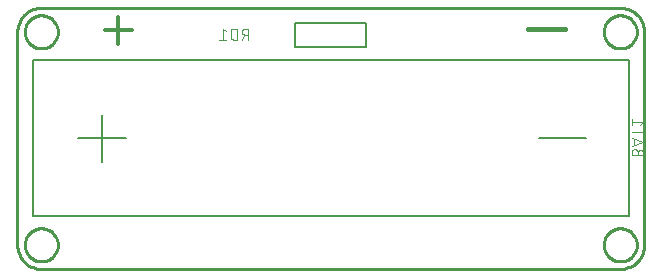
<source format=gbr>
G04 EAGLE Gerber RS-274X export*
G75*
%MOMM*%
%FSLAX34Y34*%
%LPD*%
%INSilkscreen Bottom*%
%IPPOS*%
%AMOC8*
5,1,8,0,0,1.08239X$1,22.5*%
G01*
%ADD10C,0.304800*%
%ADD11C,0.406400*%
%ADD12C,0.200000*%
%ADD13C,0.076200*%
%ADD14C,0.254000*%


D10*
X73914Y201845D02*
X97282Y201845D01*
X85598Y190161D02*
X85598Y213529D01*
D11*
X432562Y203087D02*
X463719Y203087D01*
D12*
X71750Y130490D02*
X71750Y90490D01*
X51750Y110490D02*
X91750Y110490D01*
X441750Y110490D02*
X481750Y110490D01*
X518250Y44490D02*
X13250Y44490D01*
X518250Y44490D02*
X518250Y176490D01*
X13250Y176490D01*
X13250Y44490D01*
D13*
X525452Y96101D02*
X525452Y98712D01*
X525453Y98712D02*
X525451Y98813D01*
X525445Y98914D01*
X525435Y99015D01*
X525422Y99115D01*
X525404Y99215D01*
X525383Y99314D01*
X525357Y99412D01*
X525328Y99509D01*
X525296Y99605D01*
X525259Y99699D01*
X525219Y99792D01*
X525175Y99884D01*
X525128Y99973D01*
X525077Y100061D01*
X525023Y100147D01*
X524966Y100230D01*
X524906Y100312D01*
X524842Y100390D01*
X524776Y100467D01*
X524706Y100540D01*
X524634Y100611D01*
X524559Y100679D01*
X524481Y100744D01*
X524401Y100806D01*
X524319Y100865D01*
X524234Y100921D01*
X524148Y100973D01*
X524059Y101022D01*
X523968Y101068D01*
X523876Y101109D01*
X523782Y101148D01*
X523687Y101182D01*
X523591Y101213D01*
X523493Y101240D01*
X523395Y101264D01*
X523295Y101283D01*
X523195Y101299D01*
X523095Y101311D01*
X522994Y101319D01*
X522893Y101323D01*
X522791Y101323D01*
X522690Y101319D01*
X522589Y101311D01*
X522489Y101299D01*
X522389Y101283D01*
X522289Y101264D01*
X522191Y101240D01*
X522093Y101213D01*
X521997Y101182D01*
X521902Y101148D01*
X521808Y101109D01*
X521716Y101068D01*
X521625Y101022D01*
X521537Y100973D01*
X521450Y100921D01*
X521365Y100865D01*
X521283Y100806D01*
X521203Y100744D01*
X521125Y100679D01*
X521050Y100611D01*
X520978Y100540D01*
X520908Y100467D01*
X520842Y100390D01*
X520778Y100312D01*
X520718Y100230D01*
X520661Y100147D01*
X520607Y100061D01*
X520556Y99973D01*
X520509Y99884D01*
X520465Y99792D01*
X520425Y99699D01*
X520388Y99605D01*
X520356Y99509D01*
X520327Y99412D01*
X520301Y99314D01*
X520280Y99215D01*
X520262Y99115D01*
X520249Y99015D01*
X520239Y98914D01*
X520233Y98813D01*
X520231Y98712D01*
X520231Y96101D01*
X529629Y96101D01*
X529629Y98712D01*
X529627Y98802D01*
X529621Y98891D01*
X529612Y98981D01*
X529598Y99070D01*
X529581Y99158D01*
X529560Y99245D01*
X529535Y99332D01*
X529506Y99417D01*
X529474Y99501D01*
X529439Y99583D01*
X529399Y99664D01*
X529357Y99743D01*
X529311Y99820D01*
X529261Y99895D01*
X529209Y99968D01*
X529153Y100039D01*
X529095Y100107D01*
X529033Y100172D01*
X528969Y100235D01*
X528902Y100295D01*
X528833Y100352D01*
X528761Y100406D01*
X528687Y100457D01*
X528611Y100505D01*
X528533Y100549D01*
X528453Y100590D01*
X528371Y100628D01*
X528288Y100662D01*
X528203Y100692D01*
X528117Y100719D01*
X528031Y100742D01*
X527943Y100761D01*
X527854Y100776D01*
X527765Y100788D01*
X527676Y100796D01*
X527586Y100800D01*
X527496Y100800D01*
X527406Y100796D01*
X527317Y100788D01*
X527228Y100776D01*
X527139Y100761D01*
X527051Y100742D01*
X526965Y100719D01*
X526879Y100692D01*
X526794Y100662D01*
X526711Y100628D01*
X526629Y100590D01*
X526549Y100549D01*
X526471Y100505D01*
X526395Y100457D01*
X526321Y100406D01*
X526249Y100352D01*
X526180Y100295D01*
X526113Y100235D01*
X526049Y100172D01*
X525987Y100107D01*
X525929Y100039D01*
X525873Y99968D01*
X525821Y99895D01*
X525771Y99820D01*
X525725Y99743D01*
X525683Y99664D01*
X525643Y99583D01*
X525608Y99501D01*
X525576Y99417D01*
X525547Y99332D01*
X525522Y99245D01*
X525501Y99158D01*
X525484Y99070D01*
X525470Y98981D01*
X525461Y98891D01*
X525455Y98802D01*
X525453Y98712D01*
X520231Y104287D02*
X529629Y107420D01*
X520231Y110552D01*
X522581Y109769D02*
X522581Y105070D01*
X520231Y115954D02*
X529629Y115954D01*
X529629Y113343D02*
X529629Y118565D01*
X527541Y121878D02*
X529629Y124488D01*
X520231Y124488D01*
X520231Y121878D02*
X520231Y127099D01*
D12*
X295430Y208120D02*
X235430Y208120D01*
X235430Y188120D01*
X295430Y188120D01*
X295430Y208120D01*
D13*
X195241Y203489D02*
X195241Y194091D01*
X195241Y203489D02*
X192630Y203489D01*
X192529Y203487D01*
X192428Y203481D01*
X192327Y203471D01*
X192227Y203458D01*
X192127Y203440D01*
X192028Y203419D01*
X191930Y203393D01*
X191833Y203364D01*
X191737Y203332D01*
X191643Y203295D01*
X191550Y203255D01*
X191458Y203211D01*
X191369Y203164D01*
X191281Y203113D01*
X191195Y203059D01*
X191112Y203002D01*
X191030Y202942D01*
X190952Y202878D01*
X190875Y202812D01*
X190802Y202742D01*
X190731Y202670D01*
X190663Y202595D01*
X190598Y202517D01*
X190536Y202437D01*
X190477Y202355D01*
X190421Y202270D01*
X190369Y202184D01*
X190320Y202095D01*
X190274Y202004D01*
X190233Y201912D01*
X190194Y201818D01*
X190160Y201723D01*
X190129Y201627D01*
X190102Y201529D01*
X190078Y201431D01*
X190059Y201331D01*
X190043Y201231D01*
X190031Y201131D01*
X190023Y201030D01*
X190019Y200929D01*
X190019Y200827D01*
X190023Y200726D01*
X190031Y200625D01*
X190043Y200525D01*
X190059Y200425D01*
X190078Y200325D01*
X190102Y200227D01*
X190129Y200129D01*
X190160Y200033D01*
X190194Y199938D01*
X190233Y199844D01*
X190274Y199752D01*
X190320Y199661D01*
X190369Y199573D01*
X190421Y199486D01*
X190477Y199401D01*
X190536Y199319D01*
X190598Y199239D01*
X190663Y199161D01*
X190731Y199086D01*
X190802Y199014D01*
X190875Y198944D01*
X190952Y198878D01*
X191030Y198814D01*
X191112Y198754D01*
X191195Y198697D01*
X191281Y198643D01*
X191369Y198592D01*
X191458Y198545D01*
X191550Y198501D01*
X191643Y198461D01*
X191737Y198424D01*
X191833Y198392D01*
X191930Y198363D01*
X192028Y198337D01*
X192127Y198316D01*
X192227Y198298D01*
X192327Y198285D01*
X192428Y198275D01*
X192529Y198269D01*
X192630Y198267D01*
X192630Y198268D02*
X195241Y198268D01*
X192108Y198268D02*
X190020Y194091D01*
X185849Y194091D02*
X185849Y203489D01*
X183239Y203489D01*
X183139Y203487D01*
X183039Y203481D01*
X182940Y203472D01*
X182840Y203458D01*
X182742Y203441D01*
X182644Y203420D01*
X182547Y203396D01*
X182451Y203367D01*
X182356Y203335D01*
X182263Y203300D01*
X182171Y203261D01*
X182080Y203218D01*
X181992Y203172D01*
X181905Y203122D01*
X181820Y203070D01*
X181737Y203014D01*
X181656Y202955D01*
X181578Y202892D01*
X181502Y202827D01*
X181428Y202759D01*
X181358Y202689D01*
X181290Y202615D01*
X181225Y202539D01*
X181162Y202461D01*
X181103Y202380D01*
X181047Y202297D01*
X180995Y202212D01*
X180945Y202125D01*
X180899Y202037D01*
X180856Y201946D01*
X180817Y201854D01*
X180782Y201761D01*
X180750Y201666D01*
X180721Y201570D01*
X180697Y201473D01*
X180676Y201375D01*
X180659Y201277D01*
X180645Y201177D01*
X180636Y201078D01*
X180630Y200978D01*
X180628Y200878D01*
X180628Y196702D01*
X180630Y196602D01*
X180636Y196502D01*
X180645Y196403D01*
X180659Y196303D01*
X180676Y196205D01*
X180697Y196107D01*
X180721Y196010D01*
X180750Y195914D01*
X180782Y195819D01*
X180817Y195726D01*
X180856Y195634D01*
X180899Y195543D01*
X180945Y195455D01*
X180995Y195368D01*
X181047Y195283D01*
X181103Y195200D01*
X181162Y195119D01*
X181225Y195041D01*
X181290Y194965D01*
X181358Y194891D01*
X181428Y194821D01*
X181502Y194753D01*
X181578Y194688D01*
X181656Y194625D01*
X181737Y194566D01*
X181820Y194510D01*
X181905Y194458D01*
X181992Y194408D01*
X182080Y194362D01*
X182171Y194319D01*
X182263Y194280D01*
X182356Y194245D01*
X182451Y194213D01*
X182547Y194184D01*
X182644Y194160D01*
X182742Y194139D01*
X182840Y194122D01*
X182940Y194108D01*
X183039Y194099D01*
X183139Y194093D01*
X183239Y194091D01*
X185849Y194091D01*
X176400Y201401D02*
X173790Y203489D01*
X173790Y194091D01*
X176400Y194091D02*
X171179Y194091D01*
D14*
X0Y20320D02*
X77Y18549D01*
X309Y16791D01*
X692Y15061D01*
X1225Y13370D01*
X1904Y11732D01*
X2722Y10160D01*
X3675Y8665D01*
X4754Y7259D01*
X5952Y5952D01*
X7259Y4754D01*
X8665Y3675D01*
X10160Y2722D01*
X11732Y1904D01*
X13370Y1225D01*
X15061Y692D01*
X16791Y309D01*
X18549Y77D01*
X20320Y0D01*
X510540Y0D01*
X512311Y77D01*
X514069Y309D01*
X515799Y692D01*
X517490Y1225D01*
X519128Y1904D01*
X520700Y2722D01*
X522195Y3675D01*
X523601Y4754D01*
X524908Y5952D01*
X526106Y7259D01*
X527185Y8665D01*
X528138Y10160D01*
X528956Y11732D01*
X529635Y13370D01*
X530168Y15061D01*
X530551Y16791D01*
X530783Y18549D01*
X530860Y20320D01*
X530860Y200660D01*
X530783Y202431D01*
X530551Y204189D01*
X530168Y205919D01*
X529635Y207610D01*
X528956Y209248D01*
X528138Y210820D01*
X527185Y212315D01*
X526106Y213721D01*
X524908Y215028D01*
X523601Y216226D01*
X522195Y217305D01*
X520700Y218258D01*
X519128Y219076D01*
X517490Y219755D01*
X515799Y220288D01*
X514069Y220671D01*
X512311Y220903D01*
X510540Y220980D01*
X20320Y220980D01*
X18549Y220903D01*
X16791Y220671D01*
X15061Y220288D01*
X13370Y219755D01*
X11732Y219076D01*
X10160Y218258D01*
X8665Y217305D01*
X7259Y216226D01*
X5952Y215028D01*
X4754Y213721D01*
X3675Y212315D01*
X2722Y210820D01*
X1904Y209248D01*
X1225Y207610D01*
X692Y205919D01*
X309Y204189D01*
X77Y202431D01*
X0Y200660D01*
X0Y20320D01*
X34290Y200161D02*
X34219Y199166D01*
X34077Y198178D01*
X33865Y197203D01*
X33584Y196245D01*
X33235Y195311D01*
X32820Y194403D01*
X32342Y193527D01*
X31803Y192688D01*
X31205Y191889D01*
X30551Y191135D01*
X29845Y190429D01*
X29091Y189775D01*
X28293Y189177D01*
X27453Y188638D01*
X26577Y188160D01*
X25670Y187745D01*
X24735Y187396D01*
X23777Y187115D01*
X22802Y186903D01*
X21814Y186761D01*
X20819Y186690D01*
X19821Y186690D01*
X18826Y186761D01*
X17838Y186903D01*
X16863Y187115D01*
X15905Y187396D01*
X14971Y187745D01*
X14063Y188160D01*
X13187Y188638D01*
X12348Y189177D01*
X11549Y189775D01*
X10795Y190429D01*
X10089Y191135D01*
X9435Y191889D01*
X8837Y192688D01*
X8298Y193527D01*
X7820Y194403D01*
X7405Y195311D01*
X7056Y196245D01*
X6775Y197203D01*
X6563Y198178D01*
X6421Y199166D01*
X6350Y200161D01*
X6350Y201159D01*
X6421Y202154D01*
X6563Y203142D01*
X6775Y204117D01*
X7056Y205075D01*
X7405Y206010D01*
X7820Y206917D01*
X8298Y207793D01*
X8837Y208633D01*
X9435Y209431D01*
X10089Y210185D01*
X10795Y210891D01*
X11549Y211545D01*
X12348Y212143D01*
X13187Y212682D01*
X14063Y213160D01*
X14971Y213575D01*
X15905Y213924D01*
X16863Y214205D01*
X17838Y214417D01*
X18826Y214559D01*
X19821Y214630D01*
X20819Y214630D01*
X21814Y214559D01*
X22802Y214417D01*
X23777Y214205D01*
X24735Y213924D01*
X25670Y213575D01*
X26577Y213160D01*
X27453Y212682D01*
X28293Y212143D01*
X29091Y211545D01*
X29845Y210891D01*
X30551Y210185D01*
X31205Y209431D01*
X31803Y208633D01*
X32342Y207793D01*
X32820Y206917D01*
X33235Y206010D01*
X33584Y205075D01*
X33865Y204117D01*
X34077Y203142D01*
X34219Y202154D01*
X34290Y201159D01*
X34290Y200161D01*
X34290Y19821D02*
X34219Y18826D01*
X34077Y17838D01*
X33865Y16863D01*
X33584Y15905D01*
X33235Y14971D01*
X32820Y14063D01*
X32342Y13187D01*
X31803Y12348D01*
X31205Y11549D01*
X30551Y10795D01*
X29845Y10089D01*
X29091Y9435D01*
X28293Y8837D01*
X27453Y8298D01*
X26577Y7820D01*
X25670Y7405D01*
X24735Y7056D01*
X23777Y6775D01*
X22802Y6563D01*
X21814Y6421D01*
X20819Y6350D01*
X19821Y6350D01*
X18826Y6421D01*
X17838Y6563D01*
X16863Y6775D01*
X15905Y7056D01*
X14971Y7405D01*
X14063Y7820D01*
X13187Y8298D01*
X12348Y8837D01*
X11549Y9435D01*
X10795Y10089D01*
X10089Y10795D01*
X9435Y11549D01*
X8837Y12348D01*
X8298Y13187D01*
X7820Y14063D01*
X7405Y14971D01*
X7056Y15905D01*
X6775Y16863D01*
X6563Y17838D01*
X6421Y18826D01*
X6350Y19821D01*
X6350Y20819D01*
X6421Y21814D01*
X6563Y22802D01*
X6775Y23777D01*
X7056Y24735D01*
X7405Y25670D01*
X7820Y26577D01*
X8298Y27453D01*
X8837Y28293D01*
X9435Y29091D01*
X10089Y29845D01*
X10795Y30551D01*
X11549Y31205D01*
X12348Y31803D01*
X13187Y32342D01*
X14063Y32820D01*
X14971Y33235D01*
X15905Y33584D01*
X16863Y33865D01*
X17838Y34077D01*
X18826Y34219D01*
X19821Y34290D01*
X20819Y34290D01*
X21814Y34219D01*
X22802Y34077D01*
X23777Y33865D01*
X24735Y33584D01*
X25670Y33235D01*
X26577Y32820D01*
X27453Y32342D01*
X28293Y31803D01*
X29091Y31205D01*
X29845Y30551D01*
X30551Y29845D01*
X31205Y29091D01*
X31803Y28293D01*
X32342Y27453D01*
X32820Y26577D01*
X33235Y25670D01*
X33584Y24735D01*
X33865Y23777D01*
X34077Y22802D01*
X34219Y21814D01*
X34290Y20819D01*
X34290Y19821D01*
X524510Y19821D02*
X524439Y18826D01*
X524297Y17838D01*
X524085Y16863D01*
X523804Y15905D01*
X523455Y14971D01*
X523040Y14063D01*
X522562Y13187D01*
X522023Y12348D01*
X521425Y11549D01*
X520771Y10795D01*
X520065Y10089D01*
X519311Y9435D01*
X518513Y8837D01*
X517673Y8298D01*
X516797Y7820D01*
X515890Y7405D01*
X514955Y7056D01*
X513997Y6775D01*
X513022Y6563D01*
X512034Y6421D01*
X511039Y6350D01*
X510041Y6350D01*
X509046Y6421D01*
X508058Y6563D01*
X507083Y6775D01*
X506125Y7056D01*
X505191Y7405D01*
X504283Y7820D01*
X503407Y8298D01*
X502568Y8837D01*
X501769Y9435D01*
X501015Y10089D01*
X500309Y10795D01*
X499655Y11549D01*
X499057Y12348D01*
X498518Y13187D01*
X498040Y14063D01*
X497625Y14971D01*
X497276Y15905D01*
X496995Y16863D01*
X496783Y17838D01*
X496641Y18826D01*
X496570Y19821D01*
X496570Y20819D01*
X496641Y21814D01*
X496783Y22802D01*
X496995Y23777D01*
X497276Y24735D01*
X497625Y25670D01*
X498040Y26577D01*
X498518Y27453D01*
X499057Y28293D01*
X499655Y29091D01*
X500309Y29845D01*
X501015Y30551D01*
X501769Y31205D01*
X502568Y31803D01*
X503407Y32342D01*
X504283Y32820D01*
X505191Y33235D01*
X506125Y33584D01*
X507083Y33865D01*
X508058Y34077D01*
X509046Y34219D01*
X510041Y34290D01*
X511039Y34290D01*
X512034Y34219D01*
X513022Y34077D01*
X513997Y33865D01*
X514955Y33584D01*
X515890Y33235D01*
X516797Y32820D01*
X517673Y32342D01*
X518513Y31803D01*
X519311Y31205D01*
X520065Y30551D01*
X520771Y29845D01*
X521425Y29091D01*
X522023Y28293D01*
X522562Y27453D01*
X523040Y26577D01*
X523455Y25670D01*
X523804Y24735D01*
X524085Y23777D01*
X524297Y22802D01*
X524439Y21814D01*
X524510Y20819D01*
X524510Y19821D01*
X524510Y200161D02*
X524439Y199166D01*
X524297Y198178D01*
X524085Y197203D01*
X523804Y196245D01*
X523455Y195311D01*
X523040Y194403D01*
X522562Y193527D01*
X522023Y192688D01*
X521425Y191889D01*
X520771Y191135D01*
X520065Y190429D01*
X519311Y189775D01*
X518513Y189177D01*
X517673Y188638D01*
X516797Y188160D01*
X515890Y187745D01*
X514955Y187396D01*
X513997Y187115D01*
X513022Y186903D01*
X512034Y186761D01*
X511039Y186690D01*
X510041Y186690D01*
X509046Y186761D01*
X508058Y186903D01*
X507083Y187115D01*
X506125Y187396D01*
X505191Y187745D01*
X504283Y188160D01*
X503407Y188638D01*
X502568Y189177D01*
X501769Y189775D01*
X501015Y190429D01*
X500309Y191135D01*
X499655Y191889D01*
X499057Y192688D01*
X498518Y193527D01*
X498040Y194403D01*
X497625Y195311D01*
X497276Y196245D01*
X496995Y197203D01*
X496783Y198178D01*
X496641Y199166D01*
X496570Y200161D01*
X496570Y201159D01*
X496641Y202154D01*
X496783Y203142D01*
X496995Y204117D01*
X497276Y205075D01*
X497625Y206010D01*
X498040Y206917D01*
X498518Y207793D01*
X499057Y208633D01*
X499655Y209431D01*
X500309Y210185D01*
X501015Y210891D01*
X501769Y211545D01*
X502568Y212143D01*
X503407Y212682D01*
X504283Y213160D01*
X505191Y213575D01*
X506125Y213924D01*
X507083Y214205D01*
X508058Y214417D01*
X509046Y214559D01*
X510041Y214630D01*
X511039Y214630D01*
X512034Y214559D01*
X513022Y214417D01*
X513997Y214205D01*
X514955Y213924D01*
X515890Y213575D01*
X516797Y213160D01*
X517673Y212682D01*
X518513Y212143D01*
X519311Y211545D01*
X520065Y210891D01*
X520771Y210185D01*
X521425Y209431D01*
X522023Y208633D01*
X522562Y207793D01*
X523040Y206917D01*
X523455Y206010D01*
X523804Y205075D01*
X524085Y204117D01*
X524297Y203142D01*
X524439Y202154D01*
X524510Y201159D01*
X524510Y200161D01*
M02*

</source>
